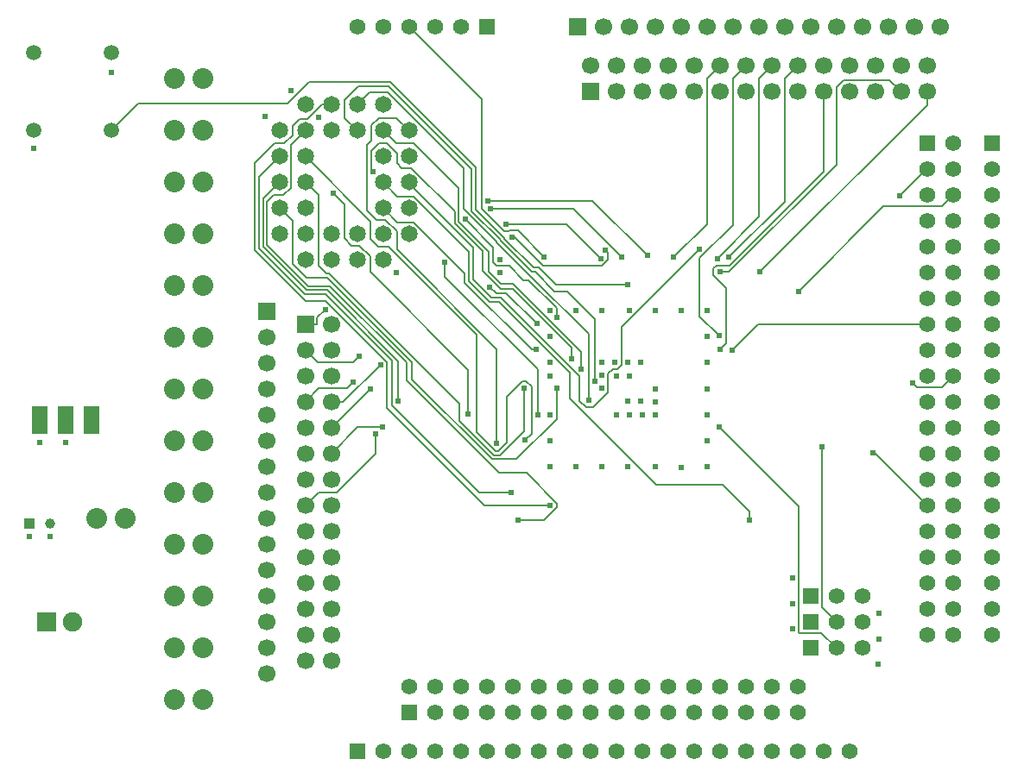
<source format=gbl>
G04 Layer: BottomLayer*
G04 EasyEDA v5.9.42, Mon, 25 Mar 2019 10:54:48 GMT*
G04 64f0bed4ef7340cbb712f4c35e6e27d8*
G04 Gerber Generator version 0.2*
G04 Scale: 100 percent, Rotated: No, Reflected: No *
G04 Dimensions in inches *
G04 leading zeros omitted , absolute positions ,2 integer and 4 decimal *
%FSLAX24Y24*%
%MOIN*%
G90*
G70D02*

%ADD11C,0.008000*%
%ADD12C,0.024400*%
%ADD13C,0.024000*%
%ADD14C,0.080000*%
%ADD15R,0.062000X0.062000*%
%ADD16C,0.062000*%
%ADD17R,0.059700X0.107500*%
%ADD18R,0.039370X0.039370*%
%ADD19C,0.039370*%
%ADD20R,0.074803X0.074803*%
%ADD21C,0.074803*%
%ADD22C,0.059050*%
%ADD23C,0.064960*%
%ADD24R,0.066929X0.066929*%
%ADD25C,0.066929*%

%LPD*%
G54D11*
G01X16500Y29100D02*
G01X19305Y26294D01*
G01X19305Y22059D01*
G01X20172Y21192D01*
G01X20339Y21192D01*
G01X20372Y21226D01*
G01X20706Y21226D01*
G01X21723Y20207D01*
G01X20472Y20984D02*
G01X20572Y20984D01*
G01X21692Y19863D01*
G01X23963Y19863D01*
G01X24194Y20096D01*
G01X24194Y20388D01*
G01X24094Y20488D01*
G01X23903Y20151D02*
G01X22596Y21459D01*
G01X20264Y21459D01*
G01X19638Y22067D02*
G01X22861Y22067D01*
G01X24723Y20205D01*
G01X21435Y17625D02*
G01X20259Y18802D01*
G01X19868Y18802D01*
G01X19618Y19052D01*
G01X25702Y20265D02*
G01X23580Y22388D01*
G01X19546Y22388D01*
G01X28500Y27600D02*
G01X28000Y27100D01*
G01X28000Y21473D01*
G01X26723Y20198D01*
G01X29500Y27600D02*
G01X29000Y27100D01*
G01X29000Y21446D01*
G01X27727Y20173D01*
G01X27727Y17917D01*
G01X28475Y17169D01*
G01X27710Y20507D02*
G01X24700Y17496D01*
G01X24700Y16038D01*
G01X24543Y15882D01*
G01X24377Y15882D01*
G01X24193Y15698D01*
G01X24193Y14990D01*
G01X23600Y14398D01*
G01X23343Y14398D01*
G01X23089Y14653D01*
G01X23089Y15609D01*
G01X20057Y18640D01*
G01X19689Y18640D01*
G01X18982Y19346D01*
G01X18982Y20559D01*
G01X16500Y23042D01*
G01X16500Y23100D01*
G01X30500Y27600D02*
G01X30013Y27113D01*
G01X30013Y21763D01*
G01X28406Y20155D01*
G01X31500Y27600D02*
G01X31000Y27100D01*
G01X31000Y22334D01*
G01X28864Y20201D01*
G01X5000Y25100D02*
G01X6039Y26140D01*
G01X11810Y26140D01*
G01X12640Y26971D01*
G01X15777Y26971D01*
G01X19082Y23663D01*
G01X19082Y22053D01*
G01X20197Y20938D01*
G01X20197Y20917D01*
G01X21310Y19803D01*
G01X21523Y19803D01*
G01X22189Y19138D01*
G01X24943Y19138D01*
G01X28503Y16632D02*
G01X28739Y16867D01*
G01X28739Y19019D01*
G01X28263Y19494D01*
G01X28263Y19767D01*
G01X28385Y19890D01*
G01X28894Y19890D01*
G01X32500Y23494D01*
G01X32500Y26600D01*
G01X35500Y26600D02*
G01X35043Y27055D01*
G01X33289Y27055D01*
G01X33000Y26765D01*
G01X33000Y23765D01*
G01X28863Y19628D01*
G01X28514Y19628D01*
G01X36500Y26600D02*
G01X36500Y26069D01*
G01X30056Y19625D01*
G01X36500Y23600D02*
G01X36467Y23600D01*
G01X35438Y22571D01*
G01X21430Y16626D02*
G01X21247Y16626D01*
G01X18660Y19213D01*
G01X18660Y19582D01*
G01X16697Y21546D01*
G01X16053Y21546D01*
G01X15500Y22100D01*
G01X37500Y22600D02*
G01X37068Y22169D01*
G01X34830Y22169D01*
G01X31535Y18876D01*
G01X12500Y17600D02*
G01X12956Y17600D01*
G01X12956Y17600D02*
G01X12956Y17859D01*
G01X13268Y18171D01*
G01X22227Y17876D02*
G01X22227Y18225D01*
G01X21131Y19319D01*
G01X20902Y19319D01*
G01X20367Y19857D01*
G01X19898Y19857D01*
G01X19756Y19998D01*
G01X19756Y20582D01*
G01X18671Y21667D01*
G01X12500Y16600D02*
G01X12973Y16126D01*
G01X14338Y16126D01*
G01X14588Y16376D01*
G01X13500Y14600D02*
G01X13964Y14600D01*
G01X15410Y16046D01*
G01X36500Y17600D02*
G01X29980Y17600D01*
G01X28989Y16609D01*
G01X13500Y13600D02*
G01X15017Y15117D01*
G01X11500Y22100D02*
G01X12000Y21600D01*
G01X12000Y19946D01*
G01X12535Y19411D01*
G01X13360Y19411D01*
G01X16618Y16153D01*
G01X16618Y15476D01*
G01X19703Y12392D01*
G01X20655Y12392D01*
G01X22207Y13946D01*
G01X22207Y15134D01*
G01X22772Y16276D02*
G01X22772Y16715D01*
G01X20523Y18963D01*
G01X20048Y18963D01*
G01X19339Y19671D01*
G01X19339Y20430D01*
G01X18268Y21501D01*
G01X18268Y21973D01*
G01X16586Y23653D01*
G01X16231Y23653D01*
G01X16053Y23830D01*
G01X16053Y24198D01*
G01X15652Y24600D01*
G01X15355Y24600D01*
G01X15051Y24296D01*
G01X15051Y23578D01*
G01X15131Y23498D01*
G01X12500Y14600D02*
G01X13027Y15126D01*
G01X14103Y15126D01*
G01X14352Y15376D01*
G01X12500Y23100D02*
G01X13000Y22600D01*
G01X13000Y19890D01*
G01X13318Y19573D01*
G01X13427Y19573D01*
G01X18459Y14540D01*
G01X18459Y13865D01*
G01X19771Y12553D01*
G01X20031Y12553D01*
G01X20959Y13480D01*
G01X20959Y15140D01*
G01X37500Y15600D02*
G01X37068Y15169D01*
G01X36122Y15169D01*
G01X35952Y15338D01*
G01X16077Y14630D02*
G01X16077Y16186D01*
G01X13335Y18927D01*
G01X12561Y18927D01*
G01X10868Y20621D01*
G01X10868Y22467D01*
G01X11500Y23100D01*
G01X23165Y15880D02*
G01X23165Y16548D01*
G01X20532Y19182D01*
G01X20057Y19182D01*
G01X19596Y19644D01*
G01X19596Y20402D01*
G01X18430Y21567D01*
G01X18430Y22865D01*
G01X16696Y24600D01*
G01X16000Y24600D01*
G01X15500Y25100D01*
G01X13568Y22675D02*
G01X14002Y22242D01*
G01X14002Y20944D01*
G01X14293Y20653D01*
G01X14589Y20653D01*
G01X15000Y20242D01*
G01X15000Y19630D01*
G01X18790Y15838D01*
G01X18790Y14125D01*
G01X21475Y14096D02*
G01X21475Y15871D01*
G01X17893Y19455D01*
G01X17893Y20003D01*
G01X33000Y5100D02*
G01X32431Y5669D01*
G01X31580Y5669D01*
G01X31556Y5692D01*
G01X31556Y10576D01*
G01X28490Y13642D01*
G01X12500Y10600D02*
G01X13000Y11100D01*
G01X13717Y11100D01*
G01X15213Y12596D01*
G01X15213Y13376D01*
G01X13500Y12600D02*
G01X14526Y13625D01*
G01X15471Y13625D01*
G01X20988Y13138D02*
G01X21234Y13384D01*
G01X21234Y15209D01*
G01X21027Y15415D01*
G01X20892Y15415D01*
G01X20289Y14811D01*
G01X20289Y13038D01*
G01X19964Y12715D01*
G01X19838Y12715D01*
G01X19105Y13446D01*
G01X19105Y17215D01*
G01X15721Y20600D01*
G01X15327Y20600D01*
G01X15022Y20903D01*
G01X15022Y21578D01*
G01X12500Y24100D01*
G01X23435Y14676D02*
G01X23435Y17244D01*
G01X21197Y19482D01*
G01X21177Y19482D01*
G01X19875Y20784D01*
G01X19875Y20805D01*
G01X18618Y22061D01*
G01X18618Y23636D01*
G01X15672Y26582D01*
G01X14982Y26582D01*
G01X14500Y26100D01*
G01X19896Y13003D02*
G01X19896Y16653D01*
G01X16039Y20509D01*
G01X16039Y21192D01*
G01X15577Y21653D01*
G01X15251Y21653D01*
G01X14889Y22015D01*
G01X14889Y24532D01*
G01X15051Y24692D01*
G01X15051Y25292D01*
G01X15346Y25588D01*
G01X16011Y25588D01*
G01X16500Y25100D01*
G01X36500Y10600D02*
G01X34475Y12625D01*
G01X34431Y12625D01*
G01X33000Y6100D02*
G01X32443Y6657D01*
G01X32443Y12876D01*
G01X14500Y25100D02*
G01X14010Y25588D01*
G01X14010Y26259D01*
G01X14560Y26809D01*
G01X15710Y26809D01*
G01X18922Y23596D01*
G01X18922Y21986D01*
G01X20035Y20871D01*
G01X20035Y20851D01*
G01X21243Y19642D01*
G01X21376Y19642D01*
G01X22130Y18890D01*
G01X22614Y18890D01*
G01X23681Y17823D01*
G01X23681Y15392D01*
G01X20446Y11109D02*
G01X19215Y11109D01*
G01X15835Y14490D01*
G01X15835Y16198D01*
G01X13268Y18765D01*
G01X12496Y18765D01*
G01X10706Y20555D01*
G01X10706Y23307D01*
G01X11500Y24100D01*
G01X21935Y10621D02*
G01X19406Y10621D01*
G01X15665Y14363D01*
G01X15665Y16140D01*
G01X13289Y18517D01*
G01X12517Y18517D01*
G01X10546Y20488D01*
G01X10546Y23828D01*
G01X11318Y24600D01*
G01X11681Y24600D01*
G01X12000Y24917D01*
G01X12000Y25263D01*
G01X12281Y25546D01*
G01X12589Y25546D01*
G01X13143Y26100D01*
G01X13500Y26100D01*
G01X12500Y25100D02*
G01X11946Y24546D01*
G01X11946Y22882D01*
G01X11664Y22600D01*
G01X11273Y22600D01*
G01X11028Y22355D01*
G01X11028Y20688D01*
G01X12628Y19088D01*
G01X13455Y19088D01*
G01X16401Y16144D01*
G01X16401Y15442D01*
G01X19985Y11857D01*
G01X21042Y11857D01*
G01X22209Y10690D01*
G01X22209Y10536D01*
G01X21725Y10051D01*
G01X20726Y10051D01*
G01X29656Y10042D02*
G01X29656Y10378D01*
G01X28630Y11403D01*
G01X26060Y11403D01*
G01X22723Y14740D01*
G01X22723Y15746D01*
G01X19990Y18478D01*
G01X19622Y18478D01*
G01X18822Y19280D01*
G01X18822Y20413D01*
G01X16689Y22546D01*
G01X16053Y22546D01*
G01X15500Y23100D01*
G54D14*
G01X7450Y27100D03*
G01X8550Y27100D03*
G01X7450Y25100D03*
G01X8550Y25100D03*
G01X7450Y23100D03*
G01X8550Y23100D03*
G01X7450Y21100D03*
G01X8550Y21100D03*
G01X7450Y19100D03*
G01X8550Y19100D03*
G01X7450Y17100D03*
G01X8550Y17100D03*
G01X7450Y15100D03*
G01X8550Y15100D03*
G01X7450Y13100D03*
G01X8550Y13100D03*
G01X7450Y11100D03*
G01X8550Y11100D03*
G01X7450Y9100D03*
G01X8550Y9100D03*
G01X7450Y7100D03*
G01X8550Y7100D03*
G01X7450Y5100D03*
G01X8550Y5100D03*
G01X7450Y3100D03*
G01X8550Y3100D03*
G54D15*
G01X36500Y24600D03*
G54D16*
G01X37500Y24600D03*
G01X36500Y23600D03*
G01X37500Y23600D03*
G01X36500Y22600D03*
G01X37500Y22600D03*
G01X36500Y21600D03*
G01X37500Y21600D03*
G01X36500Y20600D03*
G01X37500Y20600D03*
G01X36500Y19600D03*
G01X37500Y19600D03*
G01X36500Y18600D03*
G01X37500Y18600D03*
G01X36500Y17600D03*
G01X37500Y17600D03*
G01X36500Y16600D03*
G01X37500Y16600D03*
G01X36500Y15600D03*
G01X37500Y15600D03*
G01X36500Y14600D03*
G01X37500Y14600D03*
G01X36500Y13600D03*
G01X37500Y13600D03*
G01X36500Y12600D03*
G01X37500Y12600D03*
G01X36500Y11600D03*
G01X37500Y11600D03*
G01X36500Y10600D03*
G01X37500Y10600D03*
G01X36500Y9600D03*
G01X37500Y9600D03*
G01X36500Y8600D03*
G01X37500Y8600D03*
G01X36500Y7600D03*
G01X37500Y7600D03*
G01X36500Y6600D03*
G01X37500Y6600D03*
G01X36500Y5600D03*
G01X37500Y5600D03*
G54D15*
G01X16500Y2600D03*
G54D16*
G01X16500Y3600D03*
G01X17500Y2600D03*
G01X17500Y3600D03*
G01X18500Y2600D03*
G01X18500Y3600D03*
G01X19500Y2600D03*
G01X19500Y3600D03*
G01X20500Y2600D03*
G01X20500Y3600D03*
G01X21500Y2600D03*
G01X21500Y3600D03*
G01X22500Y2600D03*
G01X22500Y3600D03*
G01X23500Y2600D03*
G01X23500Y3600D03*
G01X24500Y2600D03*
G01X24500Y3600D03*
G01X25500Y2600D03*
G01X25500Y3600D03*
G01X26500Y2600D03*
G01X26500Y3600D03*
G01X27500Y2600D03*
G01X27500Y3600D03*
G01X28500Y2600D03*
G01X28500Y3600D03*
G01X29500Y2600D03*
G01X29500Y3600D03*
G01X30500Y2600D03*
G01X30500Y3600D03*
G01X31500Y2600D03*
G01X31500Y3600D03*
G54D17*
G01X2250Y13899D03*
G01X3250Y13899D03*
G01X4250Y13899D03*
G54D18*
G01X1855Y9900D03*
G54D19*
G01X2643Y9900D03*
G54D14*
G01X4450Y10100D03*
G01X5550Y10100D03*
G54D16*
G01X14500Y29100D03*
G01X15500Y29100D03*
G01X16500Y29100D03*
G01X17500Y29100D03*
G01X18500Y29100D03*
G54D15*
G01X19500Y29100D03*
G54D20*
G01X2500Y6100D03*
G54D21*
G01X3500Y6100D03*
G54D16*
G01X39000Y5600D03*
G01X39000Y6600D03*
G01X39000Y7600D03*
G01X39000Y8600D03*
G01X39000Y9600D03*
G01X39000Y10600D03*
G01X39000Y11600D03*
G01X39000Y12600D03*
G01X39000Y13600D03*
G01X39000Y14600D03*
G01X39000Y15600D03*
G01X39000Y16600D03*
G01X39000Y17600D03*
G01X39000Y18600D03*
G01X39000Y19600D03*
G01X39000Y20600D03*
G01X39000Y21600D03*
G01X39000Y22600D03*
G01X39000Y23600D03*
G54D15*
G01X39000Y24600D03*
G54D16*
G01X33500Y1100D03*
G01X32500Y1100D03*
G01X31500Y1100D03*
G01X30500Y1100D03*
G01X29500Y1100D03*
G01X28500Y1100D03*
G01X27500Y1100D03*
G01X26500Y1100D03*
G01X25500Y1100D03*
G01X24500Y1100D03*
G01X23500Y1100D03*
G01X22500Y1100D03*
G01X21500Y1100D03*
G01X20500Y1100D03*
G01X19500Y1100D03*
G01X18500Y1100D03*
G01X17500Y1100D03*
G01X16500Y1100D03*
G01X15500Y1100D03*
G54D15*
G01X14500Y1100D03*
G54D22*
G01X5000Y25100D03*
G01X5000Y28100D03*
G01X2000Y28100D03*
G01X2000Y25100D03*
G54D16*
G01X34000Y7100D03*
G01X33000Y7100D03*
G54D15*
G01X32000Y7100D03*
G54D16*
G01X34000Y6100D03*
G01X33000Y6100D03*
G54D15*
G01X32000Y6100D03*
G54D16*
G01X34000Y5100D03*
G01X33000Y5100D03*
G54D15*
G01X32000Y5100D03*
G54D23*
G01X11500Y25100D03*
G01X12500Y25100D03*
G01X11500Y24100D03*
G01X12500Y24100D03*
G01X11500Y23100D03*
G01X12500Y23100D03*
G01X11500Y22100D03*
G01X12500Y22100D03*
G01X11500Y21100D03*
G01X12500Y20100D03*
G01X12500Y21100D03*
G01X13500Y20100D03*
G01X13500Y21100D03*
G01X14500Y20100D03*
G01X14500Y21100D03*
G01X15500Y20100D03*
G01X16500Y21100D03*
G01X15500Y21100D03*
G01X16500Y22100D03*
G01X15500Y22100D03*
G01X16500Y23100D03*
G01X15500Y23100D03*
G01X16500Y24100D03*
G01X15500Y24100D03*
G01X16500Y25100D03*
G01X15500Y26100D03*
G01X15500Y25100D03*
G01X14500Y26100D03*
G01X14500Y25100D03*
G01X13500Y26100D03*
G01X13500Y25100D03*
G01X12500Y26100D03*
G54D24*
G01X12500Y17600D03*
G54D25*
G01X13500Y17600D03*
G01X12500Y16600D03*
G01X13500Y16600D03*
G01X12500Y15600D03*
G01X13500Y15600D03*
G01X12500Y14600D03*
G01X13500Y14600D03*
G01X12500Y13600D03*
G01X13500Y13600D03*
G01X12500Y12600D03*
G01X13500Y12600D03*
G01X12500Y11600D03*
G01X13500Y11600D03*
G01X12500Y10600D03*
G01X13500Y10600D03*
G01X12500Y9600D03*
G01X13500Y9600D03*
G01X12500Y8600D03*
G01X13500Y8600D03*
G01X12500Y7600D03*
G01X13500Y7600D03*
G01X12500Y6600D03*
G01X13500Y6600D03*
G01X12500Y5600D03*
G01X13500Y5600D03*
G01X12500Y4600D03*
G01X13500Y4600D03*
G54D24*
G01X23500Y26600D03*
G54D25*
G01X23500Y27600D03*
G01X24500Y26600D03*
G01X24500Y27600D03*
G01X25500Y26600D03*
G01X25500Y27600D03*
G01X26500Y26600D03*
G01X26500Y27600D03*
G01X27500Y26600D03*
G01X27500Y27600D03*
G01X28500Y26600D03*
G01X28500Y27600D03*
G01X29500Y26600D03*
G01X29500Y27600D03*
G01X30500Y26600D03*
G01X30500Y27600D03*
G01X31500Y26600D03*
G01X31500Y27600D03*
G01X32500Y26600D03*
G01X32500Y27600D03*
G01X33500Y26600D03*
G01X33500Y27600D03*
G01X34500Y26600D03*
G01X34500Y27600D03*
G01X35500Y26600D03*
G01X35500Y27600D03*
G01X36500Y26600D03*
G01X36500Y27600D03*
G54D24*
G01X23000Y29100D03*
G54D25*
G01X24000Y29100D03*
G01X25000Y29100D03*
G01X26000Y29100D03*
G01X27000Y29100D03*
G01X28000Y29100D03*
G01X29000Y29100D03*
G01X30000Y29100D03*
G01X31000Y29100D03*
G01X32000Y29100D03*
G01X33000Y29100D03*
G01X34000Y29100D03*
G01X35000Y29100D03*
G01X36000Y29100D03*
G01X37000Y29100D03*
G54D24*
G01X11000Y18100D03*
G54D25*
G01X11000Y17100D03*
G01X11000Y16100D03*
G01X11000Y15100D03*
G01X11000Y14100D03*
G01X11000Y13100D03*
G01X11000Y12100D03*
G01X11000Y11100D03*
G01X11000Y10100D03*
G01X11000Y9100D03*
G01X11000Y8100D03*
G01X11000Y7100D03*
G01X11000Y6100D03*
G01X11000Y5100D03*
G01X11000Y4100D03*
G54D12*
G01X23950Y16150D03*
G01X24450Y16150D03*
G01X24950Y16150D03*
G01X25450Y16150D03*
G01X23950Y15650D03*
G01X24500Y15600D03*
G01X25000Y15600D03*
G01X26000Y15100D03*
G01X26000Y14600D03*
G01X26000Y14100D03*
G01X25500Y14100D03*
G01X25000Y14100D03*
G01X24500Y14100D03*
G01X23950Y15150D03*
G01X24950Y14650D03*
G01X25450Y14650D03*
G01X20000Y20100D03*
G01X21950Y18150D03*
G01X21950Y16150D03*
G01X23950Y18150D03*
G01X26000Y18150D03*
G01X28000Y18150D03*
G01X28000Y16150D03*
G01X28000Y14100D03*
G01X28000Y12100D03*
G01X26000Y12100D03*
G01X23950Y12100D03*
G01X21950Y12100D03*
G01X21950Y14100D03*
G01X20000Y19600D03*
G01X21950Y17150D03*
G01X22950Y18150D03*
G01X25000Y18150D03*
G01X27000Y18150D03*
G01X21950Y15600D03*
G01X21950Y13100D03*
G01X22950Y12100D03*
G01X24950Y12100D03*
G01X27025Y12075D03*
G01X28000Y13100D03*
G01X28000Y15100D03*
G01X28000Y17150D03*
G01X2250Y13050D03*
G01X3250Y13050D03*
G01X1850Y9400D03*
G01X2650Y9400D03*
G01X5000Y27350D03*
G01X2000Y24400D03*
G01X31300Y7800D03*
G01X31300Y6800D03*
G01X31300Y5850D03*
G01X34650Y6450D03*
G01X34650Y5450D03*
G01X34625Y4475D03*
G01X13000Y25600D03*
G01X16000Y19600D03*
G01X11950Y26650D03*
G01X10950Y25650D03*
G54D13*
G01X21723Y20207D03*
G01X24094Y20488D03*
G01X20472Y20984D03*
G01X23903Y20151D03*
G01X20264Y21459D03*
G01X24723Y20205D03*
G01X19638Y22067D03*
G01X19618Y19052D03*
G01X21435Y17625D03*
G01X25702Y20265D03*
G01X19546Y22388D03*
G01X26723Y20198D03*
G01X28475Y17169D03*
G01X27710Y20507D03*
G01X28406Y20155D03*
G01X28864Y20201D03*
G01X24943Y19138D03*
G01X28503Y16632D03*
G01X28514Y19628D03*
G01X30056Y19625D03*
G01X35438Y22571D03*
G01X21430Y16626D03*
G01X31535Y18876D03*
G01X13268Y18171D03*
G01X22227Y17876D03*
G01X18671Y21667D03*
G01X14588Y16376D03*
G01X15410Y16046D03*
G01X28989Y16609D03*
G01X15017Y15117D03*
G01X22207Y15134D03*
G01X22772Y16276D03*
G01X15131Y23498D03*
G01X14352Y15376D03*
G01X20959Y15140D03*
G01X35952Y15338D03*
G01X16077Y14630D03*
G01X23165Y15880D03*
G01X18790Y14125D03*
G01X13568Y22675D03*
G01X21475Y14096D03*
G01X17893Y20003D03*
G01X28490Y13642D03*
G01X15213Y13376D03*
G01X15471Y13625D03*
G01X20988Y13138D03*
G01X23435Y14676D03*
G01X19896Y13003D03*
G01X34431Y12625D03*
G01X32443Y12876D03*
G01X23681Y15392D03*
G01X20446Y11109D03*
G01X21935Y10621D03*
G01X20726Y10051D03*
G01X29656Y10042D03*
M00*
M02*

</source>
